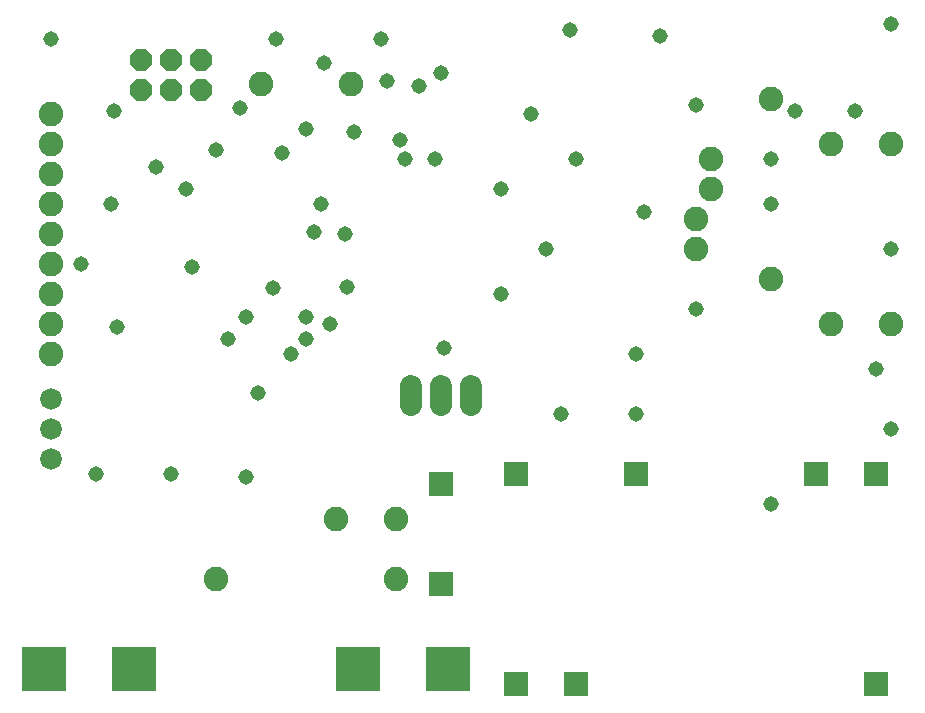
<source format=gbs>
G75*
%MOIN*%
%OFA0B0*%
%FSLAX24Y24*%
%IPPOS*%
%LPD*%
%AMOC8*
5,1,8,0,0,1.08239X$1,22.5*
%
%ADD10C,0.0820*%
%ADD11C,0.0720*%
%ADD12R,0.0792X0.0792*%
%ADD13OC8,0.0740*%
%ADD14R,0.1480X0.1480*%
%ADD15C,0.0720*%
%ADD16C,0.0516*%
D10*
X007660Y004650D03*
X011660Y006650D03*
X013660Y006650D03*
X013660Y004650D03*
X002160Y012150D03*
X002160Y013150D03*
X002160Y014150D03*
X002160Y015150D03*
X002160Y016150D03*
X002160Y017150D03*
X002160Y018150D03*
X002160Y019150D03*
X002160Y020150D03*
X009160Y021150D03*
X012160Y021150D03*
X023660Y016650D03*
X023660Y015650D03*
X026160Y014650D03*
X028160Y013150D03*
X030160Y013150D03*
X024160Y017650D03*
X024160Y018650D03*
X026160Y020650D03*
X028160Y019150D03*
X030160Y019150D03*
D11*
X002160Y010650D03*
X002160Y009650D03*
X002160Y008650D03*
D12*
X015160Y007825D03*
X017660Y008150D03*
X021660Y008150D03*
X027660Y008150D03*
X029660Y008150D03*
X029660Y001150D03*
X019660Y001150D03*
X017660Y001150D03*
X015160Y004475D03*
D13*
X007160Y020950D03*
X006160Y020950D03*
X006160Y021950D03*
X007160Y021950D03*
X005160Y021950D03*
X005160Y020950D03*
D14*
X001925Y001650D03*
X004925Y001650D03*
X012390Y001650D03*
X015395Y001650D03*
D15*
X015160Y010455D02*
X015160Y011095D01*
X014160Y011095D02*
X014160Y010455D01*
X016160Y010455D02*
X016160Y011095D01*
D16*
X015260Y012350D03*
X017160Y014150D03*
X018660Y015650D03*
X017160Y017650D03*
X014960Y018650D03*
X013960Y018650D03*
X013785Y019275D03*
X012260Y019550D03*
X010660Y019650D03*
X009860Y018850D03*
X008460Y020350D03*
X007660Y018950D03*
X006660Y017650D03*
X005660Y018400D03*
X004160Y017150D03*
X003160Y015150D03*
X004360Y013050D03*
X006860Y015050D03*
X008660Y013400D03*
X008060Y012650D03*
X009560Y014350D03*
X010660Y013400D03*
X010660Y012650D03*
X010160Y012150D03*
X011460Y013150D03*
X012010Y014400D03*
X011960Y016150D03*
X010910Y016213D03*
X011160Y017150D03*
X014410Y021088D03*
X015160Y021525D03*
X013360Y021250D03*
X013160Y022650D03*
X011260Y021850D03*
X009660Y022650D03*
X004260Y020250D03*
X002160Y022650D03*
X009060Y010850D03*
X008660Y008050D03*
X006160Y008150D03*
X003660Y008150D03*
X018160Y020150D03*
X019660Y018650D03*
X021910Y016900D03*
X023660Y013650D03*
X021660Y012150D03*
X021660Y010150D03*
X019160Y010150D03*
X026160Y007150D03*
X030160Y009650D03*
X029660Y011650D03*
X030160Y015650D03*
X026160Y017150D03*
X026160Y018650D03*
X026960Y020250D03*
X028960Y020250D03*
X030160Y023150D03*
X023660Y020450D03*
X022460Y022750D03*
X019460Y022950D03*
M02*

</source>
